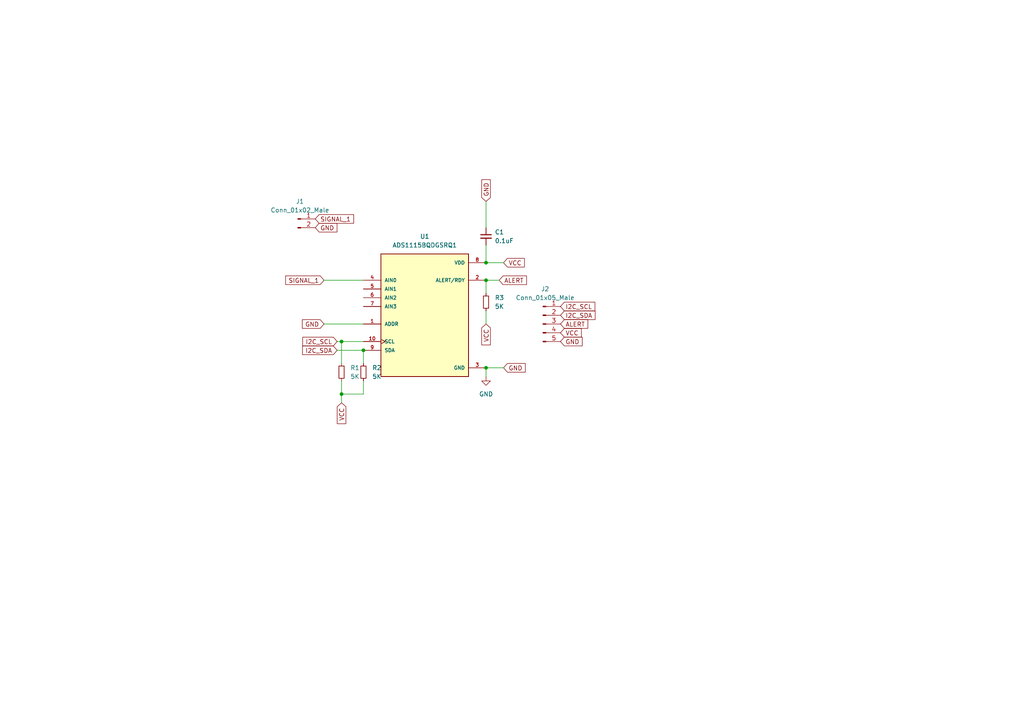
<source format=kicad_sch>
(kicad_sch (version 20211123) (generator eeschema)

  (uuid 4293b7ea-ae80-452e-b01e-f84ff2077203)

  (paper "A4")

  (lib_symbols
    (symbol "ADS1115BQDGSRQ1:ADS1115BQDGSRQ1" (pin_names (offset 1.016)) (in_bom yes) (on_board yes)
      (property "Reference" "U" (id 0) (at -12.7 18.542 0)
        (effects (font (size 1.27 1.27)) (justify left bottom))
      )
      (property "Value" "ADS1115BQDGSRQ1" (id 1) (at -12.7 -20.32 0)
        (effects (font (size 1.27 1.27)) (justify left bottom))
      )
      (property "Footprint" "SOP50P490X110-10N" (id 2) (at 0 0 0)
        (effects (font (size 1.27 1.27)) (justify left bottom) hide)
      )
      (property "Datasheet" "" (id 3) (at 0 0 0)
        (effects (font (size 1.27 1.27)) (justify left bottom) hide)
      )
      (property "STANDARD" "IPC 7351B" (id 4) (at 0 0 0)
        (effects (font (size 1.27 1.27)) (justify left bottom) hide)
      )
      (property "PARTREV" "D" (id 5) (at 0 0 0)
        (effects (font (size 1.27 1.27)) (justify left bottom) hide)
      )
      (property "MANUFACTURER" "Texas Instruments" (id 6) (at 0 0 0)
        (effects (font (size 1.27 1.27)) (justify left bottom) hide)
      )
      (property "MAXIMUM_PACKAGE_HEIGHT" "1.1 mm" (id 7) (at 0 0 0)
        (effects (font (size 1.27 1.27)) (justify left bottom) hide)
      )
      (property "ki_locked" "" (id 8) (at 0 0 0)
        (effects (font (size 1.27 1.27)))
      )
      (symbol "ADS1115BQDGSRQ1_0_0"
        (rectangle (start -12.7 -17.78) (end 12.7 17.78)
          (stroke (width 0.254) (type default) (color 0 0 0 0))
          (fill (type background))
        )
        (pin input line (at -17.78 -2.54 0) (length 5.08)
          (name "ADDR" (effects (font (size 1.016 1.016))))
          (number "1" (effects (font (size 1.016 1.016))))
        )
        (pin input clock (at -17.78 -7.62 0) (length 5.08)
          (name "SCL" (effects (font (size 1.016 1.016))))
          (number "10" (effects (font (size 1.016 1.016))))
        )
        (pin output line (at 17.78 10.16 180) (length 5.08)
          (name "ALERT/RDY" (effects (font (size 1.016 1.016))))
          (number "2" (effects (font (size 1.016 1.016))))
        )
        (pin power_in line (at 17.78 -15.24 180) (length 5.08)
          (name "GND" (effects (font (size 1.016 1.016))))
          (number "3" (effects (font (size 1.016 1.016))))
        )
        (pin input line (at -17.78 10.16 0) (length 5.08)
          (name "AIN0" (effects (font (size 1.016 1.016))))
          (number "4" (effects (font (size 1.016 1.016))))
        )
        (pin input line (at -17.78 7.62 0) (length 5.08)
          (name "AIN1" (effects (font (size 1.016 1.016))))
          (number "5" (effects (font (size 1.016 1.016))))
        )
        (pin input line (at -17.78 5.08 0) (length 5.08)
          (name "AIN2" (effects (font (size 1.016 1.016))))
          (number "6" (effects (font (size 1.016 1.016))))
        )
        (pin input line (at -17.78 2.54 0) (length 5.08)
          (name "AIN3" (effects (font (size 1.016 1.016))))
          (number "7" (effects (font (size 1.016 1.016))))
        )
        (pin power_in line (at 17.78 15.24 180) (length 5.08)
          (name "VDD" (effects (font (size 1.016 1.016))))
          (number "8" (effects (font (size 1.016 1.016))))
        )
        (pin bidirectional line (at -17.78 -10.16 0) (length 5.08)
          (name "SDA" (effects (font (size 1.016 1.016))))
          (number "9" (effects (font (size 1.016 1.016))))
        )
      )
    )
    (symbol "Connector:Conn_01x02_Male" (pin_names (offset 1.016) hide) (in_bom yes) (on_board yes)
      (property "Reference" "J" (id 0) (at 0 2.54 0)
        (effects (font (size 1.27 1.27)))
      )
      (property "Value" "Conn_01x02_Male" (id 1) (at 0 -5.08 0)
        (effects (font (size 1.27 1.27)))
      )
      (property "Footprint" "" (id 2) (at 0 0 0)
        (effects (font (size 1.27 1.27)) hide)
      )
      (property "Datasheet" "~" (id 3) (at 0 0 0)
        (effects (font (size 1.27 1.27)) hide)
      )
      (property "ki_keywords" "connector" (id 4) (at 0 0 0)
        (effects (font (size 1.27 1.27)) hide)
      )
      (property "ki_description" "Generic connector, single row, 01x02, script generated (kicad-library-utils/schlib/autogen/connector/)" (id 5) (at 0 0 0)
        (effects (font (size 1.27 1.27)) hide)
      )
      (property "ki_fp_filters" "Connector*:*_1x??_*" (id 6) (at 0 0 0)
        (effects (font (size 1.27 1.27)) hide)
      )
      (symbol "Conn_01x02_Male_1_1"
        (polyline
          (pts
            (xy 1.27 -2.54)
            (xy 0.8636 -2.54)
          )
          (stroke (width 0.1524) (type default) (color 0 0 0 0))
          (fill (type none))
        )
        (polyline
          (pts
            (xy 1.27 0)
            (xy 0.8636 0)
          )
          (stroke (width 0.1524) (type default) (color 0 0 0 0))
          (fill (type none))
        )
        (rectangle (start 0.8636 -2.413) (end 0 -2.667)
          (stroke (width 0.1524) (type default) (color 0 0 0 0))
          (fill (type outline))
        )
        (rectangle (start 0.8636 0.127) (end 0 -0.127)
          (stroke (width 0.1524) (type default) (color 0 0 0 0))
          (fill (type outline))
        )
        (pin passive line (at 5.08 0 180) (length 3.81)
          (name "Pin_1" (effects (font (size 1.27 1.27))))
          (number "1" (effects (font (size 1.27 1.27))))
        )
        (pin passive line (at 5.08 -2.54 180) (length 3.81)
          (name "Pin_2" (effects (font (size 1.27 1.27))))
          (number "2" (effects (font (size 1.27 1.27))))
        )
      )
    )
    (symbol "Connector:Conn_01x05_Male" (pin_names (offset 1.016) hide) (in_bom yes) (on_board yes)
      (property "Reference" "J" (id 0) (at 0 7.62 0)
        (effects (font (size 1.27 1.27)))
      )
      (property "Value" "Conn_01x05_Male" (id 1) (at 0 -7.62 0)
        (effects (font (size 1.27 1.27)))
      )
      (property "Footprint" "" (id 2) (at 0 0 0)
        (effects (font (size 1.27 1.27)) hide)
      )
      (property "Datasheet" "~" (id 3) (at 0 0 0)
        (effects (font (size 1.27 1.27)) hide)
      )
      (property "ki_keywords" "connector" (id 4) (at 0 0 0)
        (effects (font (size 1.27 1.27)) hide)
      )
      (property "ki_description" "Generic connector, single row, 01x05, script generated (kicad-library-utils/schlib/autogen/connector/)" (id 5) (at 0 0 0)
        (effects (font (size 1.27 1.27)) hide)
      )
      (property "ki_fp_filters" "Connector*:*_1x??_*" (id 6) (at 0 0 0)
        (effects (font (size 1.27 1.27)) hide)
      )
      (symbol "Conn_01x05_Male_1_1"
        (polyline
          (pts
            (xy 1.27 -5.08)
            (xy 0.8636 -5.08)
          )
          (stroke (width 0.1524) (type default) (color 0 0 0 0))
          (fill (type none))
        )
        (polyline
          (pts
            (xy 1.27 -2.54)
            (xy 0.8636 -2.54)
          )
          (stroke (width 0.1524) (type default) (color 0 0 0 0))
          (fill (type none))
        )
        (polyline
          (pts
            (xy 1.27 0)
            (xy 0.8636 0)
          )
          (stroke (width 0.1524) (type default) (color 0 0 0 0))
          (fill (type none))
        )
        (polyline
          (pts
            (xy 1.27 2.54)
            (xy 0.8636 2.54)
          )
          (stroke (width 0.1524) (type default) (color 0 0 0 0))
          (fill (type none))
        )
        (polyline
          (pts
            (xy 1.27 5.08)
            (xy 0.8636 5.08)
          )
          (stroke (width 0.1524) (type default) (color 0 0 0 0))
          (fill (type none))
        )
        (rectangle (start 0.8636 -4.953) (end 0 -5.207)
          (stroke (width 0.1524) (type default) (color 0 0 0 0))
          (fill (type outline))
        )
        (rectangle (start 0.8636 -2.413) (end 0 -2.667)
          (stroke (width 0.1524) (type default) (color 0 0 0 0))
          (fill (type outline))
        )
        (rectangle (start 0.8636 0.127) (end 0 -0.127)
          (stroke (width 0.1524) (type default) (color 0 0 0 0))
          (fill (type outline))
        )
        (rectangle (start 0.8636 2.667) (end 0 2.413)
          (stroke (width 0.1524) (type default) (color 0 0 0 0))
          (fill (type outline))
        )
        (rectangle (start 0.8636 5.207) (end 0 4.953)
          (stroke (width 0.1524) (type default) (color 0 0 0 0))
          (fill (type outline))
        )
        (pin passive line (at 5.08 5.08 180) (length 3.81)
          (name "Pin_1" (effects (font (size 1.27 1.27))))
          (number "1" (effects (font (size 1.27 1.27))))
        )
        (pin passive line (at 5.08 2.54 180) (length 3.81)
          (name "Pin_2" (effects (font (size 1.27 1.27))))
          (number "2" (effects (font (size 1.27 1.27))))
        )
        (pin passive line (at 5.08 0 180) (length 3.81)
          (name "Pin_3" (effects (font (size 1.27 1.27))))
          (number "3" (effects (font (size 1.27 1.27))))
        )
        (pin passive line (at 5.08 -2.54 180) (length 3.81)
          (name "Pin_4" (effects (font (size 1.27 1.27))))
          (number "4" (effects (font (size 1.27 1.27))))
        )
        (pin passive line (at 5.08 -5.08 180) (length 3.81)
          (name "Pin_5" (effects (font (size 1.27 1.27))))
          (number "5" (effects (font (size 1.27 1.27))))
        )
      )
    )
    (symbol "Device:C_Small" (pin_numbers hide) (pin_names (offset 0.254) hide) (in_bom yes) (on_board yes)
      (property "Reference" "C" (id 0) (at 0.254 1.778 0)
        (effects (font (size 1.27 1.27)) (justify left))
      )
      (property "Value" "C_Small" (id 1) (at 0.254 -2.032 0)
        (effects (font (size 1.27 1.27)) (justify left))
      )
      (property "Footprint" "" (id 2) (at 0 0 0)
        (effects (font (size 1.27 1.27)) hide)
      )
      (property "Datasheet" "~" (id 3) (at 0 0 0)
        (effects (font (size 1.27 1.27)) hide)
      )
      (property "ki_keywords" "capacitor cap" (id 4) (at 0 0 0)
        (effects (font (size 1.27 1.27)) hide)
      )
      (property "ki_description" "Unpolarized capacitor, small symbol" (id 5) (at 0 0 0)
        (effects (font (size 1.27 1.27)) hide)
      )
      (property "ki_fp_filters" "C_*" (id 6) (at 0 0 0)
        (effects (font (size 1.27 1.27)) hide)
      )
      (symbol "C_Small_0_1"
        (polyline
          (pts
            (xy -1.524 -0.508)
            (xy 1.524 -0.508)
          )
          (stroke (width 0.3302) (type default) (color 0 0 0 0))
          (fill (type none))
        )
        (polyline
          (pts
            (xy -1.524 0.508)
            (xy 1.524 0.508)
          )
          (stroke (width 0.3048) (type default) (color 0 0 0 0))
          (fill (type none))
        )
      )
      (symbol "C_Small_1_1"
        (pin passive line (at 0 2.54 270) (length 2.032)
          (name "~" (effects (font (size 1.27 1.27))))
          (number "1" (effects (font (size 1.27 1.27))))
        )
        (pin passive line (at 0 -2.54 90) (length 2.032)
          (name "~" (effects (font (size 1.27 1.27))))
          (number "2" (effects (font (size 1.27 1.27))))
        )
      )
    )
    (symbol "Device:R_Small" (pin_numbers hide) (pin_names (offset 0.254) hide) (in_bom yes) (on_board yes)
      (property "Reference" "R" (id 0) (at 0.762 0.508 0)
        (effects (font (size 1.27 1.27)) (justify left))
      )
      (property "Value" "R_Small" (id 1) (at 0.762 -1.016 0)
        (effects (font (size 1.27 1.27)) (justify left))
      )
      (property "Footprint" "" (id 2) (at 0 0 0)
        (effects (font (size 1.27 1.27)) hide)
      )
      (property "Datasheet" "~" (id 3) (at 0 0 0)
        (effects (font (size 1.27 1.27)) hide)
      )
      (property "ki_keywords" "R resistor" (id 4) (at 0 0 0)
        (effects (font (size 1.27 1.27)) hide)
      )
      (property "ki_description" "Resistor, small symbol" (id 5) (at 0 0 0)
        (effects (font (size 1.27 1.27)) hide)
      )
      (property "ki_fp_filters" "R_*" (id 6) (at 0 0 0)
        (effects (font (size 1.27 1.27)) hide)
      )
      (symbol "R_Small_0_1"
        (rectangle (start -0.762 1.778) (end 0.762 -1.778)
          (stroke (width 0.2032) (type default) (color 0 0 0 0))
          (fill (type none))
        )
      )
      (symbol "R_Small_1_1"
        (pin passive line (at 0 2.54 270) (length 0.762)
          (name "~" (effects (font (size 1.27 1.27))))
          (number "1" (effects (font (size 1.27 1.27))))
        )
        (pin passive line (at 0 -2.54 90) (length 0.762)
          (name "~" (effects (font (size 1.27 1.27))))
          (number "2" (effects (font (size 1.27 1.27))))
        )
      )
    )
    (symbol "power:GND" (power) (pin_names (offset 0)) (in_bom yes) (on_board yes)
      (property "Reference" "#PWR" (id 0) (at 0 -6.35 0)
        (effects (font (size 1.27 1.27)) hide)
      )
      (property "Value" "GND" (id 1) (at 0 -3.81 0)
        (effects (font (size 1.27 1.27)))
      )
      (property "Footprint" "" (id 2) (at 0 0 0)
        (effects (font (size 1.27 1.27)) hide)
      )
      (property "Datasheet" "" (id 3) (at 0 0 0)
        (effects (font (size 1.27 1.27)) hide)
      )
      (property "ki_keywords" "power-flag" (id 4) (at 0 0 0)
        (effects (font (size 1.27 1.27)) hide)
      )
      (property "ki_description" "Power symbol creates a global label with name \"GND\" , ground" (id 5) (at 0 0 0)
        (effects (font (size 1.27 1.27)) hide)
      )
      (symbol "GND_0_1"
        (polyline
          (pts
            (xy 0 0)
            (xy 0 -1.27)
            (xy 1.27 -1.27)
            (xy 0 -2.54)
            (xy -1.27 -1.27)
            (xy 0 -1.27)
          )
          (stroke (width 0) (type default) (color 0 0 0 0))
          (fill (type none))
        )
      )
      (symbol "GND_1_1"
        (pin power_in line (at 0 0 270) (length 0) hide
          (name "GND" (effects (font (size 1.27 1.27))))
          (number "1" (effects (font (size 1.27 1.27))))
        )
      )
    )
  )

  (junction (at 140.97 81.28) (diameter 0) (color 0 0 0 0)
    (uuid 1cdd5d10-d326-41e3-959a-089620e2f11d)
  )
  (junction (at 99.06 99.06) (diameter 0) (color 0 0 0 0)
    (uuid 36c952a1-bafc-48e1-b22b-89f9cfb9098a)
  )
  (junction (at 99.06 114.3) (diameter 0) (color 0 0 0 0)
    (uuid 6ab3e81d-ac63-40aa-b49a-48dbe7488877)
  )
  (junction (at 140.97 76.2) (diameter 0) (color 0 0 0 0)
    (uuid 83444eab-111c-413d-98e1-dd10dc919579)
  )
  (junction (at 140.97 106.68) (diameter 0) (color 0 0 0 0)
    (uuid bff4529b-2e61-407e-abf0-92750a649059)
  )
  (junction (at 105.41 101.6) (diameter 0) (color 0 0 0 0)
    (uuid c750f266-5f5c-494b-86cc-bfa33fc60f49)
  )

  (wire (pts (xy 97.79 101.6) (xy 105.41 101.6))
    (stroke (width 0) (type default) (color 0 0 0 0))
    (uuid 27ec9412-73ed-4b64-9c4c-61a82afd687a)
  )
  (wire (pts (xy 93.98 81.28) (xy 105.41 81.28))
    (stroke (width 0) (type default) (color 0 0 0 0))
    (uuid 303808ad-f947-43e8-8fd3-622aa80dc09a)
  )
  (wire (pts (xy 140.97 106.68) (xy 146.05 106.68))
    (stroke (width 0) (type default) (color 0 0 0 0))
    (uuid 3fdbfc4b-e6d6-4dde-95cc-c6fb9a450618)
  )
  (wire (pts (xy 105.41 110.49) (xy 105.41 114.3))
    (stroke (width 0) (type default) (color 0 0 0 0))
    (uuid 453115d1-4958-42ed-a960-10c2a778cd01)
  )
  (wire (pts (xy 140.97 106.68) (xy 140.97 109.22))
    (stroke (width 0) (type default) (color 0 0 0 0))
    (uuid 4cf81667-44c6-4ae0-9554-0438059820d4)
  )
  (wire (pts (xy 99.06 99.06) (xy 105.41 99.06))
    (stroke (width 0) (type default) (color 0 0 0 0))
    (uuid 672172a4-b1a0-4515-a20d-a88b860247b8)
  )
  (wire (pts (xy 140.97 58.42) (xy 140.97 66.04))
    (stroke (width 0) (type default) (color 0 0 0 0))
    (uuid 6d48135d-fd78-431e-8e93-211bf7a1928c)
  )
  (wire (pts (xy 105.41 114.3) (xy 99.06 114.3))
    (stroke (width 0) (type default) (color 0 0 0 0))
    (uuid 7b64cfe5-3557-4bfe-8514-de57aa784542)
  )
  (wire (pts (xy 99.06 99.06) (xy 99.06 105.41))
    (stroke (width 0) (type default) (color 0 0 0 0))
    (uuid 813474d9-df9a-47e5-a800-c6827cbaf746)
  )
  (wire (pts (xy 105.41 101.6) (xy 105.41 105.41))
    (stroke (width 0) (type default) (color 0 0 0 0))
    (uuid a3ba9cc3-e3bb-44d2-ae23-8e3749533272)
  )
  (wire (pts (xy 97.79 99.06) (xy 99.06 99.06))
    (stroke (width 0) (type default) (color 0 0 0 0))
    (uuid a9f24a36-e65c-4a5e-b7f9-3ca642fd9db5)
  )
  (wire (pts (xy 99.06 110.49) (xy 99.06 114.3))
    (stroke (width 0) (type default) (color 0 0 0 0))
    (uuid aa038fbd-723e-4533-ae5d-5545c2bd54cb)
  )
  (wire (pts (xy 140.97 81.28) (xy 140.97 85.09))
    (stroke (width 0) (type default) (color 0 0 0 0))
    (uuid b877d949-dfff-450b-9d30-7dec98bb50fd)
  )
  (wire (pts (xy 140.97 71.12) (xy 140.97 76.2))
    (stroke (width 0) (type default) (color 0 0 0 0))
    (uuid cb3d21a7-6686-436f-99ae-635b91b98c6a)
  )
  (wire (pts (xy 140.97 76.2) (xy 146.05 76.2))
    (stroke (width 0) (type default) (color 0 0 0 0))
    (uuid d6d7710c-6dd0-4cb5-8590-51f1a2e9c794)
  )
  (wire (pts (xy 140.97 90.17) (xy 140.97 93.98))
    (stroke (width 0) (type default) (color 0 0 0 0))
    (uuid dcc33069-f8dd-4972-9825-d021ae57a26d)
  )
  (wire (pts (xy 93.98 93.98) (xy 105.41 93.98))
    (stroke (width 0) (type default) (color 0 0 0 0))
    (uuid e9a8ae25-af7b-4723-9b9f-e37117a0098c)
  )
  (wire (pts (xy 140.97 81.28) (xy 144.78 81.28))
    (stroke (width 0) (type default) (color 0 0 0 0))
    (uuid eed380a4-f3ef-41f4-844d-bfbdf1646c9e)
  )
  (wire (pts (xy 99.06 114.3) (xy 99.06 116.84))
    (stroke (width 0) (type default) (color 0 0 0 0))
    (uuid f71b3619-09b6-44b6-8ea5-071f37d2a72b)
  )

  (global_label "GND" (shape input) (at 91.44 66.04 0) (fields_autoplaced)
    (effects (font (size 1.27 1.27)) (justify left))
    (uuid 0e33d70f-f3e7-402b-8322-ac2f676355b5)
    (property "Intersheet References" "${INTERSHEET_REFS}" (id 0) (at 97.7236 65.9606 0)
      (effects (font (size 1.27 1.27)) (justify left) hide)
    )
  )
  (global_label "I2C_SDA" (shape input) (at 97.79 101.6 180) (fields_autoplaced)
    (effects (font (size 1.27 1.27)) (justify right))
    (uuid 19dd284b-cf9f-4585-9781-17ffa6e793b7)
    (property "Intersheet References" "${INTERSHEET_REFS}" (id 0) (at 87.7569 101.5206 0)
      (effects (font (size 1.27 1.27)) (justify right) hide)
    )
  )
  (global_label "VCC" (shape input) (at 146.05 76.2 0) (fields_autoplaced)
    (effects (font (size 1.27 1.27)) (justify left))
    (uuid 22a06a9d-dd0d-411c-9569-56d929da65bc)
    (property "Intersheet References" "${INTERSHEET_REFS}" (id 0) (at 152.0917 76.1206 0)
      (effects (font (size 1.27 1.27)) (justify left) hide)
    )
  )
  (global_label "ALERT" (shape input) (at 144.78 81.28 0) (fields_autoplaced)
    (effects (font (size 1.27 1.27)) (justify left))
    (uuid 40b38ad6-3eb9-4e7a-abff-d02c2a3c06c3)
    (property "Intersheet References" "${INTERSHEET_REFS}" (id 0) (at 152.6964 81.2006 0)
      (effects (font (size 1.27 1.27)) (justify left) hide)
    )
  )
  (global_label "GND" (shape input) (at 140.97 58.42 90) (fields_autoplaced)
    (effects (font (size 1.27 1.27)) (justify left))
    (uuid 41881692-81e1-43b1-a232-7596a53552ad)
    (property "Intersheet References" "${INTERSHEET_REFS}" (id 0) (at 140.8906 52.1364 90)
      (effects (font (size 1.27 1.27)) (justify left) hide)
    )
  )
  (global_label "I2C_SDA" (shape input) (at 162.56 91.44 0) (fields_autoplaced)
    (effects (font (size 1.27 1.27)) (justify left))
    (uuid 5261bee7-ad6f-40df-a3ae-969bec697dee)
    (property "Intersheet References" "${INTERSHEET_REFS}" (id 0) (at 172.5931 91.5194 0)
      (effects (font (size 1.27 1.27)) (justify left) hide)
    )
  )
  (global_label "SIGNAL_1" (shape input) (at 91.44 63.5 0) (fields_autoplaced)
    (effects (font (size 1.27 1.27)) (justify left))
    (uuid 8dae4890-0e87-45f4-ae75-4c022135f005)
    (property "Intersheet References" "${INTERSHEET_REFS}" (id 0) (at 102.5617 63.5794 0)
      (effects (font (size 1.27 1.27)) (justify left) hide)
    )
  )
  (global_label "VCC" (shape input) (at 99.06 116.84 270) (fields_autoplaced)
    (effects (font (size 1.27 1.27)) (justify right))
    (uuid 94bf89c2-c2f0-4cf9-8325-79c8ecfe3e58)
    (property "Intersheet References" "${INTERSHEET_REFS}" (id 0) (at 99.1394 122.8817 90)
      (effects (font (size 1.27 1.27)) (justify right) hide)
    )
  )
  (global_label "GND" (shape input) (at 162.56 99.06 0) (fields_autoplaced)
    (effects (font (size 1.27 1.27)) (justify left))
    (uuid a6d940ee-954b-4da1-9501-3c2258a4df60)
    (property "Intersheet References" "${INTERSHEET_REFS}" (id 0) (at 168.8436 98.9806 0)
      (effects (font (size 1.27 1.27)) (justify left) hide)
    )
  )
  (global_label "VCC" (shape input) (at 162.56 96.52 0) (fields_autoplaced)
    (effects (font (size 1.27 1.27)) (justify left))
    (uuid ac780704-90e1-4772-b640-441ba5355f35)
    (property "Intersheet References" "${INTERSHEET_REFS}" (id 0) (at 168.6017 96.4406 0)
      (effects (font (size 1.27 1.27)) (justify left) hide)
    )
  )
  (global_label "I2C_SCL" (shape input) (at 97.79 99.06 180) (fields_autoplaced)
    (effects (font (size 1.27 1.27)) (justify right))
    (uuid b1e58ff2-da65-466e-b275-194928da15b1)
    (property "Intersheet References" "${INTERSHEET_REFS}" (id 0) (at 87.8174 98.9806 0)
      (effects (font (size 1.27 1.27)) (justify right) hide)
    )
  )
  (global_label "GND" (shape input) (at 146.05 106.68 0) (fields_autoplaced)
    (effects (font (size 1.27 1.27)) (justify left))
    (uuid ce7dbeee-42ff-41ae-9855-a82de12a04af)
    (property "Intersheet References" "${INTERSHEET_REFS}" (id 0) (at 152.3336 106.6006 0)
      (effects (font (size 1.27 1.27)) (justify left) hide)
    )
  )
  (global_label "GND" (shape input) (at 93.98 93.98 180) (fields_autoplaced)
    (effects (font (size 1.27 1.27)) (justify right))
    (uuid d305afa5-787f-4d19-9297-5c27d708a515)
    (property "Intersheet References" "${INTERSHEET_REFS}" (id 0) (at 87.6964 94.0594 0)
      (effects (font (size 1.27 1.27)) (justify right) hide)
    )
  )
  (global_label "ALERT" (shape input) (at 162.56 93.98 0) (fields_autoplaced)
    (effects (font (size 1.27 1.27)) (justify left))
    (uuid d7d4d006-79ee-47e9-968a-3dfb67215b48)
    (property "Intersheet References" "${INTERSHEET_REFS}" (id 0) (at 170.4764 93.9006 0)
      (effects (font (size 1.27 1.27)) (justify left) hide)
    )
  )
  (global_label "SIGNAL_1" (shape input) (at 93.98 81.28 180) (fields_autoplaced)
    (effects (font (size 1.27 1.27)) (justify right))
    (uuid e1b15673-b4ca-4aa8-a74b-c9bd726302fa)
    (property "Intersheet References" "${INTERSHEET_REFS}" (id 0) (at 82.8583 81.2006 0)
      (effects (font (size 1.27 1.27)) (justify right) hide)
    )
  )
  (global_label "I2C_SCL" (shape input) (at 162.56 88.9 0) (fields_autoplaced)
    (effects (font (size 1.27 1.27)) (justify left))
    (uuid f15472ed-6d83-4ccd-8628-1264eb3dea08)
    (property "Intersheet References" "${INTERSHEET_REFS}" (id 0) (at 172.5326 88.9794 0)
      (effects (font (size 1.27 1.27)) (justify left) hide)
    )
  )
  (global_label "VCC" (shape input) (at 140.97 93.98 270) (fields_autoplaced)
    (effects (font (size 1.27 1.27)) (justify right))
    (uuid ffd15c0a-be66-4ded-9ad5-1d368d6c8522)
    (property "Intersheet References" "${INTERSHEET_REFS}" (id 0) (at 141.0494 100.0217 90)
      (effects (font (size 1.27 1.27)) (justify right) hide)
    )
  )

  (symbol (lib_id "Device:R_Small") (at 140.97 87.63 0) (unit 1)
    (in_bom yes) (on_board yes) (fields_autoplaced)
    (uuid 09c285e3-1f83-4ff3-94ee-65c657854689)
    (property "Reference" "R3" (id 0) (at 143.51 86.3599 0)
      (effects (font (size 1.27 1.27)) (justify left))
    )
    (property "Value" "5K" (id 1) (at 143.51 88.8999 0)
      (effects (font (size 1.27 1.27)) (justify left))
    )
    (property "Footprint" "Resistor_SMD:R_0603_1608Metric_Pad0.98x0.95mm_HandSolder" (id 2) (at 140.97 87.63 0)
      (effects (font (size 1.27 1.27)) hide)
    )
    (property "Datasheet" "~" (id 3) (at 140.97 87.63 0)
      (effects (font (size 1.27 1.27)) hide)
    )
    (pin "1" (uuid 30e5f7c7-ce42-40d8-9f5d-cb16107dbb6c))
    (pin "2" (uuid a55e3e48-1b2a-43f5-9bef-48521d9d1f11))
  )

  (symbol (lib_id "power:GND") (at 140.97 109.22 0) (unit 1)
    (in_bom yes) (on_board yes) (fields_autoplaced)
    (uuid 0bc56bd2-630a-4d17-b728-7352b9efa83a)
    (property "Reference" "#PWR01" (id 0) (at 140.97 115.57 0)
      (effects (font (size 1.27 1.27)) hide)
    )
    (property "Value" "GND" (id 1) (at 140.97 114.3 0))
    (property "Footprint" "" (id 2) (at 140.97 109.22 0)
      (effects (font (size 1.27 1.27)) hide)
    )
    (property "Datasheet" "" (id 3) (at 140.97 109.22 0)
      (effects (font (size 1.27 1.27)) hide)
    )
    (pin "1" (uuid 1d1f1f8a-b97c-4f6b-a1b3-22749b11f8d9))
  )

  (symbol (lib_id "Device:R_Small") (at 99.06 107.95 0) (unit 1)
    (in_bom yes) (on_board yes) (fields_autoplaced)
    (uuid 1a31205b-5627-4cd0-a1a2-f0d9ffde0cef)
    (property "Reference" "R1" (id 0) (at 101.6 106.6799 0)
      (effects (font (size 1.27 1.27)) (justify left))
    )
    (property "Value" "5K" (id 1) (at 101.6 109.2199 0)
      (effects (font (size 1.27 1.27)) (justify left))
    )
    (property "Footprint" "Resistor_SMD:R_0603_1608Metric_Pad0.98x0.95mm_HandSolder" (id 2) (at 99.06 107.95 0)
      (effects (font (size 1.27 1.27)) hide)
    )
    (property "Datasheet" "~" (id 3) (at 99.06 107.95 0)
      (effects (font (size 1.27 1.27)) hide)
    )
    (pin "1" (uuid c3cff0b7-14e9-4053-b6f2-9cb3006c02f6))
    (pin "2" (uuid d2c3c816-95b4-4d9e-8d22-94cd74310603))
  )

  (symbol (lib_id "Connector:Conn_01x02_Male") (at 86.36 63.5 0) (unit 1)
    (in_bom yes) (on_board yes) (fields_autoplaced)
    (uuid 2820d123-c3dd-4055-b89d-0d2a5ffe925c)
    (property "Reference" "J1" (id 0) (at 86.995 58.42 0))
    (property "Value" "Conn_01x02_Male" (id 1) (at 86.995 60.96 0))
    (property "Footprint" "Connector_PinHeader_2.54mm:PinHeader_1x02_P2.54mm_Vertical" (id 2) (at 86.36 63.5 0)
      (effects (font (size 1.27 1.27)) hide)
    )
    (property "Datasheet" "~" (id 3) (at 86.36 63.5 0)
      (effects (font (size 1.27 1.27)) hide)
    )
    (pin "1" (uuid 3937a083-880d-41da-a87d-d8a6a8ed8691))
    (pin "2" (uuid 9ec64aed-0db6-4aca-bd92-c6396cc96e00))
  )

  (symbol (lib_id "Device:C_Small") (at 140.97 68.58 0) (unit 1)
    (in_bom yes) (on_board yes) (fields_autoplaced)
    (uuid 3d4bc253-a59a-4c0f-a469-380816c4f38d)
    (property "Reference" "C1" (id 0) (at 143.51 67.3162 0)
      (effects (font (size 1.27 1.27)) (justify left))
    )
    (property "Value" "0.1uF" (id 1) (at 143.51 69.8562 0)
      (effects (font (size 1.27 1.27)) (justify left))
    )
    (property "Footprint" "Capacitor_SMD:C_0603_1608Metric_Pad1.08x0.95mm_HandSolder" (id 2) (at 140.97 68.58 0)
      (effects (font (size 1.27 1.27)) hide)
    )
    (property "Datasheet" "~" (id 3) (at 140.97 68.58 0)
      (effects (font (size 1.27 1.27)) hide)
    )
    (pin "1" (uuid 298c88cd-ac76-4306-bbc9-310edbb047f4))
    (pin "2" (uuid b935b9c1-ed26-42f6-b673-c1a70effc5ae))
  )

  (symbol (lib_id "Connector:Conn_01x05_Male") (at 157.48 93.98 0) (unit 1)
    (in_bom yes) (on_board yes) (fields_autoplaced)
    (uuid 646ea358-3d2f-4b61-b34e-bf0ab57227f8)
    (property "Reference" "J2" (id 0) (at 158.115 83.82 0))
    (property "Value" "Conn_01x05_Male" (id 1) (at 158.115 86.36 0))
    (property "Footprint" "Connector_PinHeader_2.54mm:PinHeader_1x05_P2.54mm_Vertical" (id 2) (at 157.48 93.98 0)
      (effects (font (size 1.27 1.27)) hide)
    )
    (property "Datasheet" "~" (id 3) (at 157.48 93.98 0)
      (effects (font (size 1.27 1.27)) hide)
    )
    (pin "1" (uuid e0140d62-771f-4576-ad76-4421b483b90e))
    (pin "2" (uuid d858a405-1ed2-4dd4-9063-fba6473d2ab2))
    (pin "3" (uuid f90e67ea-a305-43d8-93c4-59a4fa2e6e77))
    (pin "4" (uuid 4fe0b2ff-c538-4726-8226-17a438ef636f))
    (pin "5" (uuid a73fe167-9f5b-46e8-beda-233a743a7535))
  )

  (symbol (lib_id "ADS1115BQDGSRQ1:ADS1115BQDGSRQ1") (at 123.19 91.44 0) (unit 1)
    (in_bom yes) (on_board yes) (fields_autoplaced)
    (uuid 8b31e7f4-fdce-45dc-b85a-da870e03d44c)
    (property "Reference" "U1" (id 0) (at 123.19 68.58 0))
    (property "Value" "ADS1115BQDGSRQ1" (id 1) (at 123.19 71.12 0))
    (property "Footprint" "ADS1115BQDGSRQ1:SOP50P490X110-10N" (id 2) (at 123.19 91.44 0)
      (effects (font (size 1.27 1.27)) (justify left bottom) hide)
    )
    (property "Datasheet" "" (id 3) (at 123.19 91.44 0)
      (effects (font (size 1.27 1.27)) (justify left bottom) hide)
    )
    (property "STANDARD" "IPC 7351B" (id 4) (at 123.19 91.44 0)
      (effects (font (size 1.27 1.27)) (justify left bottom) hide)
    )
    (property "PARTREV" "D" (id 5) (at 123.19 91.44 0)
      (effects (font (size 1.27 1.27)) (justify left bottom) hide)
    )
    (property "MANUFACTURER" "Texas Instruments" (id 6) (at 123.19 91.44 0)
      (effects (font (size 1.27 1.27)) (justify left bottom) hide)
    )
    (property "MAXIMUM_PACKAGE_HEIGHT" "1.1 mm" (id 7) (at 123.19 91.44 0)
      (effects (font (size 1.27 1.27)) (justify left bottom) hide)
    )
    (pin "1" (uuid 7fb026e6-1ea4-42ba-8fb6-9737734b753a))
    (pin "10" (uuid 2befd530-d1c6-4b3c-b7c2-1a56163bbb8c))
    (pin "2" (uuid e78a34c0-b530-433a-b5bc-5fec363395fe))
    (pin "3" (uuid e6272921-f7e6-4f82-aecf-9b8bcd92f33b))
    (pin "4" (uuid f458523f-25f6-4006-bc6a-10ef651055b2))
    (pin "5" (uuid 7bb9d5e8-ad06-4e1e-804e-54dbfb53df9e))
    (pin "6" (uuid ad763c37-7288-4e37-94c8-144e681de4e9))
    (pin "7" (uuid 371a0ff3-91ac-43dd-a373-909e55f90eb7))
    (pin "8" (uuid e2e2f473-1dd7-40dc-bb78-d9ee051dc91d))
    (pin "9" (uuid 1be24263-2023-4399-a023-07d1b66f85db))
  )

  (symbol (lib_id "Device:R_Small") (at 105.41 107.95 0) (unit 1)
    (in_bom yes) (on_board yes) (fields_autoplaced)
    (uuid c8e1086d-67b0-439f-b386-2281f10ff23c)
    (property "Reference" "R2" (id 0) (at 107.95 106.6799 0)
      (effects (font (size 1.27 1.27)) (justify left))
    )
    (property "Value" "5K" (id 1) (at 107.95 109.2199 0)
      (effects (font (size 1.27 1.27)) (justify left))
    )
    (property "Footprint" "Resistor_SMD:R_0603_1608Metric_Pad0.98x0.95mm_HandSolder" (id 2) (at 105.41 107.95 0)
      (effects (font (size 1.27 1.27)) hide)
    )
    (property "Datasheet" "~" (id 3) (at 105.41 107.95 0)
      (effects (font (size 1.27 1.27)) hide)
    )
    (pin "1" (uuid 439d0b6f-6eb0-42b2-bdae-1eba72591309))
    (pin "2" (uuid 002ddf34-23dc-4168-bb73-11fddcac6a56))
  )

  (sheet_instances
    (path "/" (page "1"))
  )

  (symbol_instances
    (path "/0bc56bd2-630a-4d17-b728-7352b9efa83a"
      (reference "#PWR01") (unit 1) (value "GND") (footprint "")
    )
    (path "/3d4bc253-a59a-4c0f-a469-380816c4f38d"
      (reference "C1") (unit 1) (value "0.1uF") (footprint "Capacitor_SMD:C_0603_1608Metric_Pad1.08x0.95mm_HandSolder")
    )
    (path "/2820d123-c3dd-4055-b89d-0d2a5ffe925c"
      (reference "J1") (unit 1) (value "Conn_01x02_Male") (footprint "Connector_PinHeader_2.54mm:PinHeader_1x02_P2.54mm_Vertical")
    )
    (path "/646ea358-3d2f-4b61-b34e-bf0ab57227f8"
      (reference "J2") (unit 1) (value "Conn_01x05_Male") (footprint "Connector_PinHeader_2.54mm:PinHeader_1x05_P2.54mm_Vertical")
    )
    (path "/1a31205b-5627-4cd0-a1a2-f0d9ffde0cef"
      (reference "R1") (unit 1) (value "5K") (footprint "Resistor_SMD:R_0603_1608Metric_Pad0.98x0.95mm_HandSolder")
    )
    (path "/c8e1086d-67b0-439f-b386-2281f10ff23c"
      (reference "R2") (unit 1) (value "5K") (footprint "Resistor_SMD:R_0603_1608Metric_Pad0.98x0.95mm_HandSolder")
    )
    (path "/09c285e3-1f83-4ff3-94ee-65c657854689"
      (reference "R3") (unit 1) (value "5K") (footprint "Resistor_SMD:R_0603_1608Metric_Pad0.98x0.95mm_HandSolder")
    )
    (path "/8b31e7f4-fdce-45dc-b85a-da870e03d44c"
      (reference "U1") (unit 1) (value "ADS1115BQDGSRQ1") (footprint "ADS1115BQDGSRQ1:SOP50P490X110-10N")
    )
  )
)

</source>
